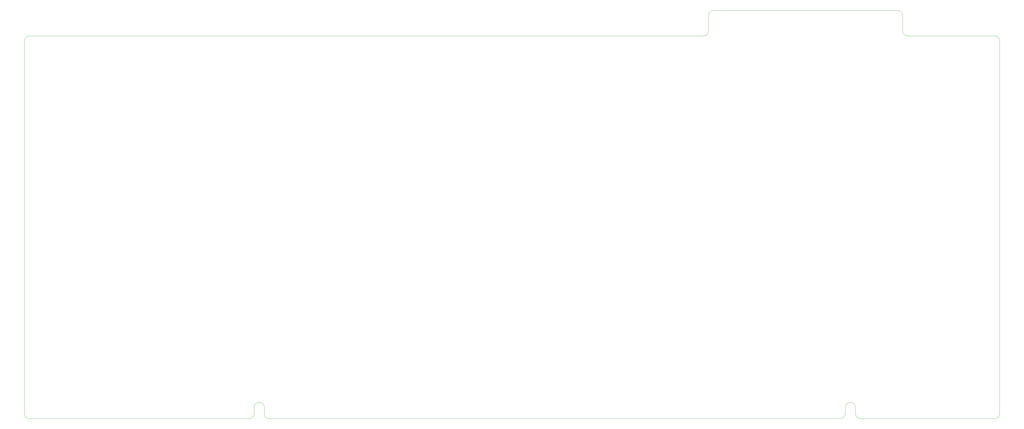
<source format=gm1>
G04 #@! TF.GenerationSoftware,KiCad,Pcbnew,(6.0.0)*
G04 #@! TF.CreationDate,2022-01-12T23:24:30+01:00*
G04 #@! TF.ProjectId,E80-1800-pcb-universal,4538302d-3138-4303-902d-7063622d756e,rev?*
G04 #@! TF.SameCoordinates,Original*
G04 #@! TF.FileFunction,Profile,NP*
%FSLAX46Y46*%
G04 Gerber Fmt 4.6, Leading zero omitted, Abs format (unit mm)*
G04 Created by KiCad (PCBNEW (6.0.0)) date 2022-01-12 23:24:30*
%MOMM*%
%LPD*%
G01*
G04 APERTURE LIST*
G04 #@! TA.AperFunction,Profile*
%ADD10C,0.050000*%
G04 #@! TD*
G04 APERTURE END LIST*
D10*
X-12000000Y19000000D02*
X252000000Y19000000D01*
X-14000000Y17000000D02*
X-14000000Y-129000000D01*
X79985992Y-129000000D02*
X79985992Y-128586992D01*
X75985992Y-129000000D02*
X75985992Y-128586992D01*
X366000000Y19000000D02*
X332000000Y19000000D01*
X330000000Y21000000D02*
X330000000Y27000000D01*
X328000000Y29000000D02*
X256000000Y29000000D01*
X254000000Y27000000D02*
X254000000Y21000000D01*
X313561992Y-131000000D02*
X366000000Y-131000000D01*
X368000000Y-129000000D02*
X368000000Y17000000D01*
X73985992Y-131000000D02*
X-12000000Y-131000000D01*
X81985992Y-131000000D02*
X305561992Y-131000000D01*
X311561992Y-126600000D02*
X311561992Y-129000000D01*
X307561992Y-126600000D02*
X307561992Y-129000000D01*
X80000000Y-126600000D02*
G75*
G03*
X76000000Y-126600000I-2000000J0D01*
G01*
X80000000Y-126600000D02*
X79985992Y-128586992D01*
X75985992Y-128586992D02*
X76000000Y-126600000D01*
X330000000Y21000000D02*
G75*
G03*
X332000000Y19000000I1999999J-1D01*
G01*
X-12000000Y19000000D02*
G75*
G03*
X-14000000Y17000000I-1J-1999999D01*
G01*
X252000000Y19000000D02*
G75*
G03*
X254000000Y21000000I1J1999999D01*
G01*
X311561992Y-129000000D02*
G75*
G03*
X313561992Y-131000000I1999999J-1D01*
G01*
X-14000000Y-129000000D02*
G75*
G03*
X-12000000Y-131000000I1999999J-1D01*
G01*
X79985992Y-129000000D02*
G75*
G03*
X81985992Y-131000000I1999999J-1D01*
G01*
X330000000Y27000000D02*
G75*
G03*
X328000000Y29000000I-1999999J1D01*
G01*
X366000000Y-131000000D02*
G75*
G03*
X368000000Y-129000000I1J1999999D01*
G01*
X73985992Y-131000000D02*
G75*
G03*
X75985992Y-129000000I1J1999999D01*
G01*
X256000000Y29000000D02*
G75*
G03*
X254000000Y27000000I-1J-1999999D01*
G01*
X305561992Y-131000000D02*
G75*
G03*
X307561992Y-129000000I1J1999999D01*
G01*
X311561992Y-126600000D02*
G75*
G03*
X307561992Y-126600000I-2000000J0D01*
G01*
X368000000Y17000000D02*
G75*
G03*
X366000000Y19000000I-1999999J1D01*
G01*
M02*

</source>
